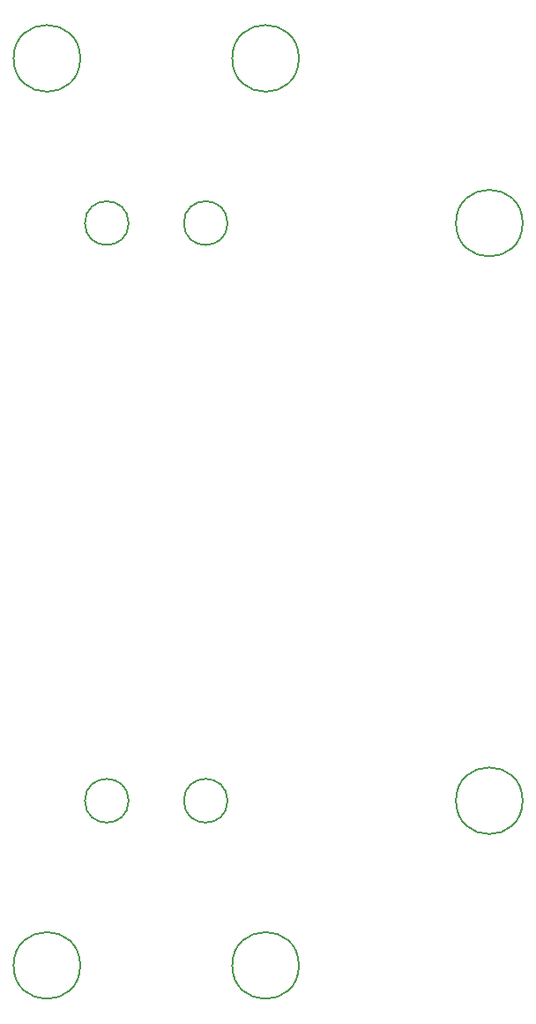
<source format=gbr>
%TF.GenerationSoftware,KiCad,Pcbnew,7.0.8*%
%TF.CreationDate,2023-10-27T09:14:47-04:00*%
%TF.ProjectId,bottom_mid_spacer,626f7474-6f6d-45f6-9d69-645f73706163,rev?*%
%TF.SameCoordinates,Original*%
%TF.FileFunction,Other,Comment*%
%FSLAX46Y46*%
G04 Gerber Fmt 4.6, Leading zero omitted, Abs format (unit mm)*
G04 Created by KiCad (PCBNEW 7.0.8) date 2023-10-27 09:14:47*
%MOMM*%
%LPD*%
G01*
G04 APERTURE LIST*
%ADD10C,0.150000*%
G04 APERTURE END LIST*
D10*
%TO.C,REF\u002A\u002A*%
X50190000Y-27699970D02*
G75*
G03*
X50190000Y-27699970I-3200000J0D01*
G01*
X28700000Y43500000D02*
G75*
G03*
X28700000Y43500000I-3200000J0D01*
G01*
X12350000Y27700000D02*
G75*
G03*
X12350000Y27700000I-2100000J0D01*
G01*
X28700000Y-43500000D02*
G75*
G03*
X28700000Y-43500000I-3200000J0D01*
G01*
X21850000Y-27700000D02*
G75*
G03*
X21850000Y-27700000I-2100000J0D01*
G01*
X7700000Y43500000D02*
G75*
G03*
X7700000Y43500000I-3200000J0D01*
G01*
X50190000Y27699970D02*
G75*
G03*
X50190000Y27699970I-3200000J0D01*
G01*
X12350000Y-27700000D02*
G75*
G03*
X12350000Y-27700000I-2100000J0D01*
G01*
X21850000Y27700000D02*
G75*
G03*
X21850000Y27700000I-2100000J0D01*
G01*
X7700000Y-43500000D02*
G75*
G03*
X7700000Y-43500000I-3200000J0D01*
G01*
%TD*%
M02*

</source>
